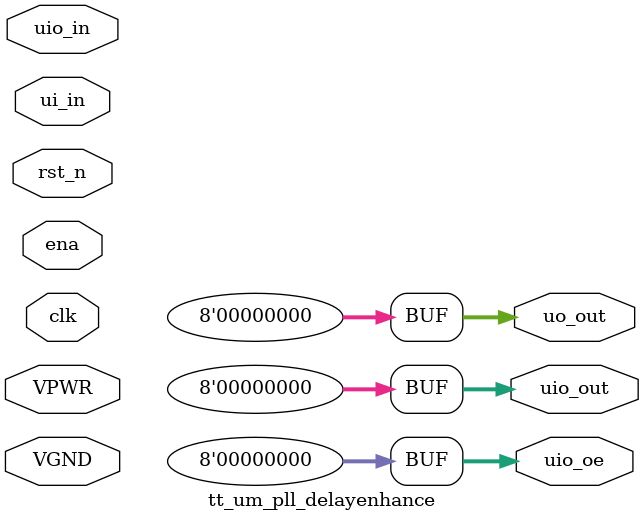
<source format=v>
`default_nettype none


module tt_um_pll_delayenhance (
    input  wire       VGND,
    input  wire       VPWR,
    input  wire [7:0] ui_in,
    output wire [7:0] uo_out,
    input  wire [7:0] uio_in,
    output wire [7:0] uio_out,
    output wire [7:0] uio_oe,
    input  wire       ena,
    input  wire       clk,
    input  wire       rst_n
);

    // Safe default assignments
    assign uo_out  = 8'b0;
    assign uio_out = 8'b0;
    assign uio_oe  = 8'b0;

endmodule

</source>
